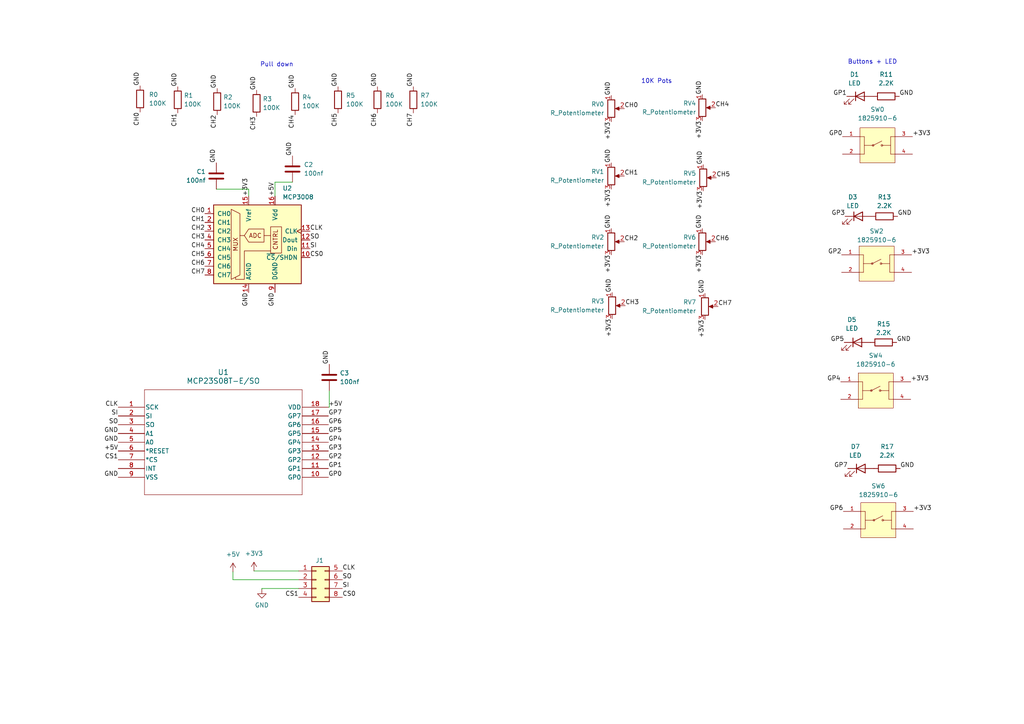
<source format=kicad_sch>
(kicad_sch (version 20230121) (generator eeschema)
  (paper "A4")
  (lib_symbols
    (symbol "2024-07-07_06-52-22:1825910-6" (pin_names (offset 1.016))
      (property "Reference" "SW" (at -5.0897 5.8532 0))
      (property "Value" "1825910-6" (at -5.0883 -7.6325 0))
      (symbol "1825910-6_0_0"
        (rectangle (start -5.08 -5.08) (end 5.08 5.08) (stroke (width 0.127)) (fill (type background)))
        (circle (center -1.27 0) (radius 0.254) (stroke (width 0.127)))
        (polyline (pts (xy -5.08 2.54) (xy -3.81 2.54)) (stroke (width 0.127)))
        (polyline (pts (xy -3.81 -2.54) (xy -5.08 -2.54)) (stroke (width 0.127)))
        (polyline (pts (xy -3.81 0) (xy -3.81 -2.54)) (stroke (width 0.127)))
        (polyline (pts (xy -3.81 0) (xy -1.27 0)) (stroke (width 0.127)))
        (polyline (pts (xy -3.81 2.54) (xy -3.81 0)) (stroke (width 0.127)))
        (polyline (pts (xy -1.27 0) (xy 1.27 1.27)) (stroke (width 0.127)))
        (polyline (pts (xy 1.27 0) (xy 3.81 0)) (stroke (width 0.127)))
        (polyline (pts (xy 3.81 -2.54) (xy 5.08 -2.54)) (stroke (width 0.127)))
        (polyline (pts (xy 3.81 0) (xy 3.81 -2.54)) (stroke (width 0.127)))
        (polyline (pts (xy 3.81 0) (xy 3.81 2.54)) (stroke (width 0.127)))
        (polyline (pts (xy 3.81 2.54) (xy 5.08 2.54)) (stroke (width 0.127)))
        (circle (center 1.27 0) (radius 0.254) (stroke (width 0.127)))
        (pin passive line (at -10.16 2.54 0) (length 5.08) (name "~") (number "1"))
        (pin passive line (at -10.16 -2.54 0) (length 5.08) (name "~") (number "2"))
        (pin passive line (at 10.16 2.54 180) (length 5.08) (name "~") (number "3"))
        (pin passive line (at 10.16 -2.54 180) (length 5.08) (name "~") (number "4"))
      )
    )
    (symbol "2024-07-07_06-52-22:MCP23S08T-E_SO" (pin_names (offset 0.254))
      (property "Reference" "U" (at 30.48 10.16 0))
      (property "Value" "MCP23S08T-E/SO" (at 30.48 7.62 0))
      (symbol "MCP23S08T-E_SO_0_1"
        (polyline (pts (xy 7.62 -25.4) (xy 53.34 -25.4)) (stroke (width 0.127)))
        (polyline (pts (xy 7.62 5.08) (xy 7.62 -25.4)) (stroke (width 0.127)))
        (polyline (pts (xy 53.34 -25.4) (xy 53.34 5.08)) (stroke (width 0.127)))
        (polyline (pts (xy 53.34 5.08) (xy 7.62 5.08)) (stroke (width 0.127)))
        (pin unspecified line (at 0 0 0) (length 7.62) (name "SCK") (number "1"))
        (pin unspecified line (at 60.96 -20.32 180) (length 7.62) (name "GP0") (number "10"))
        (pin unspecified line (at 60.96 -17.78 180) (length 7.62) (name "GP1") (number "11"))
        (pin unspecified line (at 60.96 -15.24 180) (length 7.62) (name "GP2") (number "12"))
        (pin unspecified line (at 60.96 -12.7 180) (length 7.62) (name "GP3") (number "13"))
        (pin unspecified line (at 60.96 -10.16 180) (length 7.62) (name "GP4") (number "14"))
        (pin unspecified line (at 60.96 -7.62 180) (length 7.62) (name "GP5") (number "15"))
        (pin unspecified line (at 60.96 -5.08 180) (length 7.62) (name "GP6") (number "16"))
        (pin unspecified line (at 60.96 -2.54 180) (length 7.62) (name "GP7") (number "17"))
        (pin unspecified line (at 60.96 0 180) (length 7.62) (name "VDD") (number "18"))
        (pin unspecified line (at 0 -2.54 0) (length 7.62) (name "SI") (number "2"))
        (pin unspecified line (at 0 -5.08 0) (length 7.62) (name "SO") (number "3"))
        (pin unspecified line (at 0 -7.62 0) (length 7.62) (name "A1") (number "4"))
        (pin unspecified line (at 0 -10.16 0) (length 7.62) (name "A0") (number "5"))
        (pin unspecified line (at 0 -12.7 0) (length 7.62) (name "*RESET") (number "6"))
        (pin unspecified line (at 0 -15.24 0) (length 7.62) (name "*CS") (number "7"))
        (pin unspecified line (at 0 -17.78 0) (length 7.62) (name "INT") (number "8"))
        (pin unspecified line (at 0 -20.32 0) (length 7.62) (name "VSS") (number "9"))
      )
    )
    (symbol "Analog_ADC:MCP3008" (pin_names (offset 1.016))
      (property "Reference" "U" (at -5.08 13.335 0))
      (property "Value" "MCP3008" (at -5.08 11.43 0))
      (symbol "MCP3008_0_0"
        (text "ADC" (at -0.635 1.27 0) (effects (font (size 1.27 1.27))))
        (text "CNTRL" (at 5.969 -2.921 900) (effects (font (size 1.27 1.27)) (justify left bottom)))
        (text "MUX" (at -6.35 -1.27 900) (effects (font (size 1.27 1.27))))
      )
      (symbol "MCP3008_0_1"
        (polyline (pts (xy -3.81 1.27) (xy -5.08 1.27)))
        (polyline (pts (xy 1.905 1.27) (xy 3.81 1.27)))
        (polyline (pts (xy -7.62 8.89) (xy -7.62 -11.43) (xy -5.08 -10.16) (xy -5.08 7.62) (xy -7.62 8.89)))
        (polyline (pts (xy 3.81 -3.175) (xy -3.81 -3.175) (xy -3.81 -11.43) (xy -6.35 -11.43) (xy -6.35 -10.795)))
        (polyline (pts (xy 1.905 3.175) (xy 1.905 -0.635) (xy -2.54 -0.635) (xy -3.81 1.27) (xy -2.54 3.175) (xy 1.905 3.175)))
        (rectangle (start 3.81 -3.81) (end 6.985 3.81))
        (rectangle (start 12.7 -12.7) (end -12.7 10.16) (stroke (width 0.254)) (fill (type background)))
      )
      (symbol "MCP3008_1_1"
        (pin input line (at -15.24 7.62 0) (length 2.54) (name "CH0") (number "1"))
        (pin input line (at 15.24 -5.08 180) (length 2.54) (name "~{CS}/SHDN") (number "10"))
        (pin input line (at 15.24 -2.54 180) (length 2.54) (name "Din") (number "11"))
        (pin output line (at 15.24 0 180) (length 2.54) (name "Dout") (number "12"))
        (pin input clock (at 15.24 2.54 180) (length 2.54) (name "CLK") (number "13"))
        (pin power_in line (at -2.54 -15.24 90) (length 2.54) (name "AGND") (number "14"))
        (pin power_in line (at -2.54 12.7 270) (length 2.54) (name "Vref") (number "15"))
        (pin power_in line (at 5.08 12.7 270) (length 2.54) (name "Vdd") (number "16"))
        (pin input line (at -15.24 5.08 0) (length 2.54) (name "CH1") (number "2"))
        (pin input line (at -15.24 2.54 0) (length 2.54) (name "CH2") (number "3"))
        (pin input line (at -15.24 0 0) (length 2.54) (name "CH3") (number "4"))
        (pin input line (at -15.24 -2.54 0) (length 2.54) (name "CH4") (number "5"))
        (pin input line (at -15.24 -5.08 0) (length 2.54) (name "CH5") (number "6"))
        (pin input line (at -15.24 -7.62 0) (length 2.54) (name "CH6") (number "7"))
        (pin input line (at -15.24 -10.16 0) (length 2.54) (name "CH7") (number "8"))
        (pin power_in line (at 5.08 -15.24 90) (length 2.54) (name "DGND") (number "9"))
      )
    )
    (symbol "Connector_Generic:Conn_02x04_Top_Bottom" (pin_names (offset 1.016) hide)
      (property "Reference" "J" (at 1.27 5.08 0))
      (property "Value" "Conn_02x04_Top_Bottom" (at 1.27 -7.62 0))
      (symbol "Conn_02x04_Top_Bottom_1_1"
        (rectangle (start -1.27 -4.953) (end 0 -5.207) (stroke (width 0.1524)))
        (rectangle (start -1.27 -2.413) (end 0 -2.667) (stroke (width 0.1524)))
        (rectangle (start -1.27 0.127) (end 0 -0.127) (stroke (width 0.1524)))
        (rectangle (start -1.27 2.667) (end 0 2.413) (stroke (width 0.1524)))
        (rectangle (start -1.27 3.81) (end 3.81 -6.35) (stroke (width 0.254)) (fill (type background)))
        (rectangle (start 3.81 -4.953) (end 2.54 -5.207) (stroke (width 0.1524)))
        (rectangle (start 3.81 -2.413) (end 2.54 -2.667) (stroke (width 0.1524)))
        (rectangle (start 3.81 0.127) (end 2.54 -0.127) (stroke (width 0.1524)))
        (rectangle (start 3.81 2.667) (end 2.54 2.413) (stroke (width 0.1524)))
        (pin passive line (at -5.08 2.54 0) (length 3.81) (name "Pin_1") (number "1"))
        (pin passive line (at -5.08 0 0) (length 3.81) (name "Pin_2") (number "2"))
        (pin passive line (at -5.08 -2.54 0) (length 3.81) (name "Pin_3") (number "3"))
        (pin passive line (at -5.08 -5.08 0) (length 3.81) (name "Pin_4") (number "4"))
        (pin passive line (at 7.62 2.54 180) (length 3.81) (name "Pin_5") (number "5"))
        (pin passive line (at 7.62 0 180) (length 3.81) (name "Pin_6") (number "6"))
        (pin passive line (at 7.62 -2.54 180) (length 3.81) (name "Pin_7") (number "7"))
        (pin passive line (at 7.62 -5.08 180) (length 3.81) (name "Pin_8") (number "8"))
      )
    )
    (symbol "Device:C" (pin_numbers hide) (pin_names (offset 0.254))
      (property "Reference" "C" (at 0.635 2.54 0))
      (property "Value" "C" (at 0.635 -2.54 0))
      (symbol "C_0_1"
        (polyline (pts (xy -2.032 -0.762) (xy 2.032 -0.762)) (stroke (width 0.508)))
        (polyline (pts (xy -2.032 0.762) (xy 2.032 0.762)) (stroke (width 0.508)))
      )
      (symbol "C_1_1"
        (pin passive line (at 0 3.81 270) (length 2.794) (name "~") (number "1"))
        (pin passive line (at 0 -3.81 90) (length 2.794) (name "~") (number "2"))
      )
    )
    (symbol "Device:LED" (pin_numbers hide) (pin_names (offset 1.016) hide)
      (property "Reference" "D" (at 0 2.54 0))
      (property "Value" "LED" (at 0 -2.54 0))
      (symbol "LED_0_1"
        (polyline (pts (xy -1.27 -1.27) (xy -1.27 1.27)) (stroke (width 0.254)))
        (polyline (pts (xy -1.27 0) (xy 1.27 0)))
        (polyline (pts (xy 1.27 -1.27) (xy 1.27 1.27) (xy -1.27 0) (xy 1.27 -1.27)) (stroke (width 0.254)))
        (polyline (pts (xy -3.048 -0.762) (xy -4.572 -2.286) (xy -3.81 -2.286) (xy -4.572 -2.286) (xy -4.572 -1.524)))
        (polyline (pts (xy -1.778 -0.762) (xy -3.302 -2.286) (xy -2.54 -2.286) (xy -3.302 -2.286) (xy -3.302 -1.524)))
      )
      (symbol "LED_1_1"
        (pin passive line (at -3.81 0 0) (length 2.54) (name "K") (number "1"))
        (pin passive line (at 3.81 0 180) (length 2.54) (name "A") (number "2"))
      )
    )
    (symbol "Device:R" (pin_numbers hide) (pin_names (offset 0))
      (property "Reference" "R" (at 2.032 0 90))
      (property "Value" "R" (at 0 0 90))
      (symbol "R_0_1"
        (rectangle (start -1.016 -2.54) (end 1.016 2.54) (stroke (width 0.254)))
      )
      (symbol "R_1_1"
        (pin passive line (at 0 3.81 270) (length 1.27) (name "~") (number "1"))
        (pin passive line (at 0 -3.81 90) (length 1.27) (name "~") (number "2"))
      )
    )
    (symbol "Device:R_Potentiometer" (pin_names (offset 1.016) hide)
      (property "Reference" "RV" (at -4.445 0 90))
      (property "Value" "R_Potentiometer" (at -2.54 0 90))
      (symbol "R_Potentiometer_0_1"
        (polyline (pts (xy 2.54 0) (xy 1.524 0)))
        (polyline (pts (xy 1.143 0) (xy 2.286 0.508) (xy 2.286 -0.508) (xy 1.143 0)) (fill (type outline)))
        (rectangle (start 1.016 2.54) (end -1.016 -2.54) (stroke (width 0.254)))
      )
      (symbol "R_Potentiometer_1_1"
        (pin passive line (at 0 3.81 270) (length 1.27) (name "1") (number "1"))
        (pin passive line (at 3.81 0 180) (length 1.27) (name "2") (number "2"))
        (pin passive line (at 0 -3.81 90) (length 1.27) (name "3") (number "3"))
      )
    )
    (symbol "power:+3V3" (power) (pin_names (offset 0))
      (property "Value" "+3V3" (at 0 3.556 0))
      (symbol "+3V3_0_1"
        (polyline (pts (xy -0.762 1.27) (xy 0 2.54)))
        (polyline (pts (xy 0 0) (xy 0 2.54)))
        (polyline (pts (xy 0 2.54) (xy 0.762 1.27)))
      )
      (symbol "+3V3_1_1"
        (pin power_in line (at 0 0 90) (length 0) hide (name "+3V3") (number "1"))
      )
    )
    (symbol "power:+5V" (power) (pin_names (offset 0))
      (property "Value" "+5V" (at 0 3.556 0))
      (symbol "+5V_0_1"
        (polyline (pts (xy -0.762 1.27) (xy 0 2.54)))
        (polyline (pts (xy 0 0) (xy 0 2.54)))
        (polyline (pts (xy 0 2.54) (xy 0.762 1.27)))
      )
      (symbol "+5V_1_1"
        (pin power_in line (at 0 0 90) (length 0) hide (name "+5V") (number "1"))
      )
    )
    (symbol "power:GND" (power) (pin_names (offset 0))
      (property "Value" "GND" (at 0 -3.81 0))
      (symbol "GND_0_1"
        (polyline (pts (xy 0 0) (xy 0 -1.27) (xy 1.27 -1.27) (xy 0 -2.54) (xy -1.27 -1.27) (xy 0 -1.27)))
      )
      (symbol "GND_1_1"
        (pin power_in line (at 0 0 270) (length 0) hide (name "GND") (number "1"))
      )
    )
  )
  (wire (pts (xy 67.564 168.148) (xy 67.564 165.862)))
  (wire (pts (xy 79.756 56.896) (xy 79.756 52.832)))
  (wire (pts (xy 95.504 113.284) (xy 95.504 118.11)))
  (wire (pts (xy 73.66 165.608) (xy 86.614 165.608)))
  (wire (pts (xy 72.136 54.864) (xy 72.136 56.896)))
  (wire (pts (xy 62.738 54.864) (xy 72.136 54.864)))
  (wire (pts (xy 86.614 168.148) (xy 67.564 168.148)))
  (wire (pts (xy 75.946 170.688) (xy 75.946 170.942)))
  (wire (pts (xy 86.614 170.688) (xy 75.946 170.688)))
  (wire (pts (xy 95.504 118.11) (xy 95.25 118.11)))
  (wire (pts (xy 79.756 52.832) (xy 84.836 52.832)))
  (text "10K Pots" (at 185.928 24.384 0) (effects (font (size 1.27 1.27)) (justify left bottom)))
  (text "Buttons + LED" (at 245.872 18.796 0) (effects (font (size 1.27 1.27)) (justify left bottom)))
  (text "Pull down" (at 75.438 19.558 0) (effects (font (size 1.27 1.27)) (justify left bottom)))
  (label "GP7" (at 245.872 135.89 180))
  (label "CH4" (at 59.436 72.136 180))
  (label "GP0" (at 95.25 138.43 0))
  (label "SO" (at 34.29 123.19 180))
  (label "GP5" (at 244.856 99.314 180))
  (label "GP7" (at 95.25 120.65 0))
  (label "+3V3" (at 264.16 110.744 0))
  (label "SI" (at 89.916 72.136 0))
  (label "GND" (at 84.836 45.212 90))
  (label "GP3" (at 95.25 130.81 0))
  (label "CS1" (at 86.614 173.228 180))
  (label "SI" (at 99.314 170.688 0))
  (label "GND" (at 98.044 25.146 90))
  (label "CLK" (at 34.29 118.11 180))
  (label "GND" (at 79.756 84.836 270))
  (label "CH3" (at 181.356 88.646 0))
  (label "CH6" (at 207.518 70.104 0))
  (label "CH6" (at 109.474 32.766 270))
  (label "SO" (at 99.314 168.148 0))
  (label "SO" (at 89.916 69.596 0))
  (label "CH0" (at 59.436 61.976 180))
  (label "GND" (at 62.992 25.654 90))
  (label "GND" (at 177.292 27.686 90))
  (label "GND" (at 119.888 25.146 90))
  (label "+3V3" (at 264.414 73.914 0))
  (label "CH5" (at 59.436 74.676 180))
  (label "GND" (at 177.292 66.294 90))
  (label "GND" (at 261.112 135.89 0))
  (label "+3V3" (at 264.668 39.624 0))
  (label "CH7" (at 119.888 32.766 270))
  (label "GP6" (at 244.602 148.336 180))
  (label "GND" (at 260.096 99.314 0))
  (label "GND" (at 177.292 47.244 90))
  (label "GND" (at 34.29 128.27 180))
  (label "SI" (at 34.29 120.65 180))
  (label "+5V" (at 79.756 56.896 90))
  (label "+3V3" (at 177.546 92.456 270))
  (label "GP2" (at 244.094 73.914 180))
  (label "GP5" (at 95.25 125.73 0))
  (label "CH5" (at 207.772 51.562 0))
  (label "GND" (at 203.962 47.752 90))
  (label "+3V3" (at 177.292 54.864 270))
  (label "CH5" (at 98.044 32.766 270))
  (label "GND" (at 72.136 84.836 270))
  (label "CH4" (at 207.518 31.242 0))
  (label "CLK" (at 99.314 165.608 0))
  (label "GND" (at 95.504 105.664 90))
  (label "CLK" (at 89.916 67.056 0))
  (label "GND" (at 34.29 125.73 180))
  (label "GND" (at 203.708 66.294 90))
  (label "CH7" (at 59.436 79.756 180))
  (label "CH4" (at 85.598 33.274 270))
  (label "+3V3" (at 203.962 55.372 270))
  (label "CH2" (at 59.436 67.056 180))
  (label "GND" (at 203.708 27.432 90))
  (label "CS0" (at 99.314 173.228 0))
  (label "+3V3" (at 72.136 56.896 90))
  (label "CS0" (at 89.916 74.676 0))
  (label "+3V3" (at 177.292 35.306 270))
  (label "GP1" (at 245.618 27.94 180))
  (label "CH6" (at 59.436 77.216 180))
  (label "+3V3" (at 264.922 148.336 0))
  (label "GND" (at 40.64 24.892 90))
  (label "GND" (at 34.29 138.43 180))
  (label "GP2" (at 95.25 133.35 0))
  (label "CH1" (at 51.562 32.766 270))
  (label "GND" (at 85.598 25.654 90))
  (label "CH0" (at 181.102 31.496 0))
  (label "CH3" (at 74.422 33.782 270))
  (label "CS1" (at 34.29 133.35 180))
  (label "GP4" (at 95.25 128.27 0))
  (label "CH1" (at 59.436 64.516 180))
  (label "CH7" (at 208.28 88.9 0))
  (label "GND" (at 62.738 47.244 90))
  (label "GND" (at 260.35 62.738 0))
  (label "+3V3" (at 177.292 73.914 270))
  (label "GND" (at 51.562 25.146 90))
  (label "+5V" (at 95.25 118.11 0))
  (label "CH0" (at 40.64 32.512 270))
  (label "GP6" (at 95.25 123.19 0))
  (label "CH3" (at 59.436 69.596 180))
  (label "GND" (at 74.422 26.162 90))
  (label "GP3" (at 245.11 62.738 180))
  (label "CH2" (at 62.992 33.274 270))
  (label "GP0" (at 244.348 39.624 180))
  (label "GP4" (at 243.84 110.744 180))
  (label "GND" (at 109.474 25.146 90))
  (label "GND" (at 204.47 85.09 90))
  (label "CH1" (at 181.102 51.054 0))
  (label "+3V3" (at 203.708 35.052 270))
  (label "+3V3" (at 204.47 92.71 270))
  (label "+3V3" (at 203.708 73.914 270))
  (label "GND" (at 177.546 84.836 90))
  (label "+5V" (at 34.29 130.81 180))
  (label "GND" (at 260.858 27.94 0))
  (label "GP1" (at 95.25 135.89 0))
  (label "CH2" (at 181.102 70.104 0))
  (symbol (lib_id "2024-07-07_06-52-22:1825910-6") (at 254.508 42.164 0) (unit 1)
    (property "Reference" "SW0" (at 254.508 31.75 0))
    (property "Value" "1825910-6" (at 254.508 34.29 0))
    (property "Footprint" "Library:SW_1825910-6-4" (effects hide))
    (property "PARTREV" "C10" (effects hide))
    (property "STANDARD" "Manufacturer Recommendations" (effects hide))
    (property "MANUFACTURER" "TE CONNECTIVITY" (effects hide))
  )
  (symbol (lib_id "Device:C") (at 95.504 109.474 0) (unit 1)
    (property "Reference" "C3" (at 98.552 108.204 0) (effects (justify left)))
    (property "Value" "100nf" (at 98.552 110.744 0) (effects (justify left)))
    (property "Footprint" "Capacitor_SMD:C_0805_2012Metric" (effects hide))
  )
  (symbol (lib_id "2024-07-07_06-52-22:MCP23S08T-E_SO") (at 34.29 118.11 0) (unit 1)
    (property "Reference" "U1" (at 64.77 107.95 0) (effects (font (size 1.524 1.524))))
    (property "Value" "MCP23S08T-E/SO" (at 64.77 110.49 0) (effects (font (size 1.524 1.524))))
    (property "Footprint" "Library:SOIC18-W_MC_MCH" (effects hide))
    (property "Datasheet" "MCP23S08T-E/SO" (effects hide))
  )
  (symbol (lib_id "Device:LED") (at 248.92 62.738 0) (unit 1)
    (property "Reference" "D3" (at 247.3325 57.15 0))
    (property "Value" "LED" (at 247.3325 59.69 0))
    (property "Footprint" "LED_THT:LED_D3.0mm_FlatTop" (effects hide))
  )
  (symbol (lib_id "Device:R_Potentiometer") (at 203.962 51.562 0) (unit 1)
    (property "Reference" "RV5" (at 201.93 50.292 0) (effects (justify right)))
    (property "Value" "R_Potentiometer" (at 201.93 52.832 0) (effects (justify right)))
    (property "Footprint" "Potentiometer_THT:Potentiometer_Alps_RK09K_Single_Vertical" (effects hide))
  )
  (symbol (lib_id "Device:C") (at 62.738 51.054 0) (mirror y) (unit 1)
    (property "Reference" "C1" (at 59.69 49.784 0) (effects (justify left)))
    (property "Value" "100nf" (at 59.69 52.324 0) (effects (justify left)))
    (property "Footprint" "Capacitor_SMD:C_0805_2012Metric" (effects hide))
  )
  (symbol (lib_id "Device:LED") (at 248.666 99.314 0) (unit 1)
    (property "Reference" "D5" (at 247.0785 92.71 0))
    (property "Value" "LED" (at 247.0785 95.25 0))
    (property "Footprint" "LED_THT:LED_D3.0mm_FlatTop" (effects hide))
  )
  (symbol (lib_id "Device:R") (at 109.474 28.956 0) (unit 1)
    (property "Reference" "R6" (at 111.76 27.686 0) (effects (justify left)))
    (property "Value" "100K" (at 111.76 30.226 0) (effects (justify left)))
    (property "Footprint" "Resistor_SMD:R_0805_2012Metric" (effects hide))
  )
  (symbol (lib_id "Device:R") (at 85.598 29.464 0) (unit 1)
    (property "Reference" "R4" (at 87.63 28.194 0) (effects (justify left)))
    (property "Value" "100K" (at 87.63 30.734 0) (effects (justify left)))
    (property "Footprint" "Resistor_SMD:R_0805_2012Metric" (effects hide))
  )
  (symbol (lib_id "2024-07-07_06-52-22:1825910-6") (at 254.254 76.454 0) (unit 1)
    (property "Reference" "SW2" (at 254.254 67.056 0))
    (property "Value" "1825910-6" (at 254.254 69.596 0))
    (property "Footprint" "Library:SW_1825910-6-4" (effects hide))
    (property "PARTREV" "C10" (effects hide))
    (property "STANDARD" "Manufacturer Recommendations" (effects hide))
    (property "MANUFACTURER" "TE CONNECTIVITY" (effects hide))
  )
  (symbol (lib_id "Device:R") (at 62.992 29.464 0) (unit 1)
    (property "Reference" "R2" (at 64.77 28.194 0) (effects (justify left)))
    (property "Value" "100K" (at 64.77 30.734 0) (effects (justify left)))
    (property "Footprint" "Resistor_SMD:R_0805_2012Metric" (effects hide))
  )
  (symbol (lib_id "Device:R") (at 98.044 28.956 0) (unit 1)
    (property "Reference" "R5" (at 100.33 27.686 0) (effects (justify left)))
    (property "Value" "100K" (at 100.33 30.226 0) (effects (justify left)))
    (property "Footprint" "Resistor_SMD:R_0805_2012Metric" (effects hide))
  )
  (symbol (lib_id "Device:R_Potentiometer") (at 177.292 51.054 0) (unit 1)
    (property "Reference" "RV1" (at 175.26 49.784 0) (effects (justify right)))
    (property "Value" "R_Potentiometer" (at 175.26 52.324 0) (effects (justify right)))
    (property "Footprint" "Potentiometer_THT:Potentiometer_Alps_RK09K_Single_Vertical" (effects hide))
  )
  (symbol (lib_id "Device:R") (at 256.54 62.738 90) (unit 1)
    (property "Reference" "R13" (at 256.54 57.15 90))
    (property "Value" "2.2K" (at 256.54 59.69 90))
    (property "Footprint" "Resistor_SMD:R_0805_2012Metric" (effects hide))
  )
  (symbol (lib_id "Device:R") (at 51.562 28.956 0) (unit 1)
    (property "Reference" "R1" (at 53.34 27.686 0) (effects (justify left)))
    (property "Value" "100K" (at 53.34 30.226 0) (effects (justify left)))
    (property "Footprint" "Resistor_SMD:R_0805_2012Metric" (effects hide))
  )
  (symbol (lib_id "power:+5V") (at 67.564 165.862 0) (unit 1)
    (property "Reference" "#PWR01" (effects hide))
    (property "Value" "+5V" (at 67.564 160.782 0))
  )
  (symbol (lib_id "Device:LED") (at 249.428 27.94 0) (unit 1)
    (property "Reference" "D1" (at 247.8405 21.59 0))
    (property "Value" "LED" (at 247.8405 24.13 0))
    (property "Footprint" "LED_THT:LED_D3.0mm_FlatTop" (effects hide))
  )
  (symbol (lib_id "Device:R_Potentiometer") (at 204.47 88.9 0) (unit 1)
    (property "Reference" "RV7" (at 201.93 87.63 0) (effects (justify right)))
    (property "Value" "R_Potentiometer" (at 201.93 90.17 0) (effects (justify right)))
    (property "Footprint" "Potentiometer_THT:Potentiometer_Alps_RK09K_Single_Vertical" (effects hide))
  )
  (symbol (lib_id "Device:R") (at 257.302 135.89 90) (unit 1)
    (property "Reference" "R17" (at 257.302 129.54 90))
    (property "Value" "2.2K" (at 257.302 132.08 90))
    (property "Footprint" "Resistor_SMD:R_0805_2012Metric" (effects hide))
  )
  (symbol (lib_id "Device:R_Potentiometer") (at 177.292 70.104 0) (unit 1)
    (property "Reference" "RV2" (at 175.26 68.834 0) (effects (justify right)))
    (property "Value" "R_Potentiometer" (at 175.26 71.374 0) (effects (justify right)))
    (property "Footprint" "Potentiometer_THT:Potentiometer_Alps_RK09K_Single_Vertical" (effects hide))
  )
  (symbol (lib_id "Device:R") (at 40.64 28.702 0) (unit 1)
    (property "Reference" "R0" (at 43.18 27.432 0) (effects (justify left)))
    (property "Value" "100K" (at 43.18 29.972 0) (effects (justify left)))
    (property "Footprint" "Resistor_SMD:R_0805_2012Metric" (effects hide))
  )
  (symbol (lib_id "Device:R") (at 257.048 27.94 90) (unit 1)
    (property "Reference" "R11" (at 257.048 21.59 90))
    (property "Value" "2.2K" (at 257.048 24.13 90))
    (property "Footprint" "Resistor_SMD:R_0805_2012Metric" (effects hide))
  )
  (symbol (lib_id "power:GND") (at 75.946 170.942 0) (unit 1)
    (property "Reference" "#PWR03" (effects hide))
    (property "Value" "GND" (at 75.946 175.514 0))
  )
  (symbol (lib_id "power:+3V3") (at 73.66 165.608 0) (unit 1)
    (property "Reference" "#PWR02" (effects hide))
    (property "Value" "+3V3" (at 73.66 160.528 0))
  )
  (symbol (lib_id "Device:R_Potentiometer") (at 203.708 31.242 0) (unit 1)
    (property "Reference" "RV4" (at 201.93 29.972 0) (effects (justify right)))
    (property "Value" "R_Potentiometer" (at 201.93 32.512 0) (effects (justify right)))
    (property "Footprint" "Potentiometer_THT:Potentiometer_Alps_RK09K_Single_Vertical" (effects hide))
  )
  (symbol (lib_id "Device:R") (at 256.286 99.314 90) (unit 1)
    (property "Reference" "R15" (at 256.286 93.98 90))
    (property "Value" "2.2K" (at 256.286 96.52 90))
    (property "Footprint" "Resistor_SMD:R_0805_2012Metric" (effects hide))
  )
  (symbol (lib_id "Device:LED") (at 249.682 135.89 0) (unit 1)
    (property "Reference" "D7" (at 248.0945 129.54 0))
    (property "Value" "LED" (at 248.0945 132.08 0))
    (property "Footprint" "LED_THT:LED_D3.0mm_FlatTop" (effects hide))
  )
  (symbol (lib_id "2024-07-07_06-52-22:1825910-6") (at 254.762 150.876 0) (unit 1)
    (property "Reference" "SW6" (at 254.762 140.97 0))
    (property "Value" "1825910-6" (at 254.762 143.51 0))
    (property "Footprint" "Library:SW_1825910-6-4" (effects hide))
    (property "PARTREV" "C10" (effects hide))
    (property "STANDARD" "Manufacturer Recommendations" (effects hide))
    (property "MANUFACTURER" "TE CONNECTIVITY" (effects hide))
  )
  (symbol (lib_id "Device:R_Potentiometer") (at 177.292 31.496 0) (unit 1)
    (property "Reference" "RV0" (at 175.26 30.226 0) (effects (justify right)))
    (property "Value" "R_Potentiometer" (at 175.26 32.766 0) (effects (justify right)))
    (property "Footprint" "Potentiometer_THT:Potentiometer_Alps_RK09K_Single_Vertical" (effects hide))
  )
  (symbol (lib_id "Analog_ADC:MCP3008") (at 74.676 69.596 0) (unit 1)
    (property "Reference" "U2" (at 81.9501 54.61 0) (effects (justify left)))
    (property "Value" "MCP3008" (at 81.9501 57.15 0) (effects (justify left)))
    (property "Footprint" "Package_SO:SOIC-16_3.9x9.9mm_P1.27mm" (effects hide))
    (property "Datasheet" "http://ww1.microchip.com/downloads/en/DeviceDoc/21295d.pdf" (effects hide))
  )
  (symbol (lib_id "Device:C") (at 84.836 49.022 0) (unit 1)
    (property "Reference" "C2" (at 88.138 47.752 0) (effects (justify left)))
    (property "Value" "100nf" (at 88.138 50.292 0) (effects (justify left)))
    (property "Footprint" "Capacitor_SMD:C_0805_2012Metric" (effects hide))
  )
  (symbol (lib_id "Device:R_Potentiometer") (at 177.546 88.646 0) (unit 1)
    (property "Reference" "RV3" (at 175.26 87.376 0) (effects (justify right)))
    (property "Value" "R_Potentiometer" (at 175.26 89.916 0) (effects (justify right)))
    (property "Footprint" "Potentiometer_THT:Potentiometer_Alps_RK09K_Single_Vertical" (effects hide))
  )
  (symbol (lib_id "Device:R_Potentiometer") (at 203.708 70.104 0) (unit 1)
    (property "Reference" "RV6" (at 201.93 68.834 0) (effects (justify right)))
    (property "Value" "R_Potentiometer" (at 201.93 71.374 0) (effects (justify right)))
    (property "Footprint" "Potentiometer_THT:Potentiometer_Alps_RK09K_Single_Vertical" (effects hide))
  )
  (symbol (lib_id "Connector_Generic:Conn_02x04_Top_Bottom") (at 91.694 168.148 0) (unit 1)
    (property "Reference" "J1" (at 92.71 162.56 0))
    (property "Value" "Conn_02x04_Top_Bottom" (effects hide))
    (property "Footprint" "Connector_IDC:IDC-Header_2x04_P2.54mm_Vertical_SMD" (effects hide))
  )
  (symbol (lib_id "Device:R") (at 74.422 29.972 0) (unit 1)
    (property "Reference" "R3" (at 76.2 28.702 0) (effects (justify left)))
    (property "Value" "100K" (at 76.2 31.242 0) (effects (justify left)))
    (property "Footprint" "Resistor_SMD:R_0805_2012Metric" (effects hide))
  )
  (symbol (lib_id "Device:R") (at 119.888 28.956 0) (unit 1)
    (property "Reference" "R7" (at 121.92 27.686 0) (effects (justify left)))
    (property "Value" "100K" (at 121.92 30.226 0) (effects (justify left)))
    (property "Footprint" "Resistor_SMD:R_0805_2012Metric" (effects hide))
  )
  (symbol (lib_id "2024-07-07_06-52-22:1825910-6") (at 254 113.284 0) (unit 1)
    (property "Reference" "SW4" (at 254 103.124 0))
    (property "Value" "1825910-6" (at 254 105.664 0))
    (property "Footprint" "Library:SW_1825910-6-4" (effects hide))
    (property "PARTREV" "C10" (effects hide))
    (property "STANDARD" "Manufacturer Recommendations" (effects hide))
    (property "MANUFACTURER" "TE CONNECTIVITY" (effects hide))
  )
)
</source>
